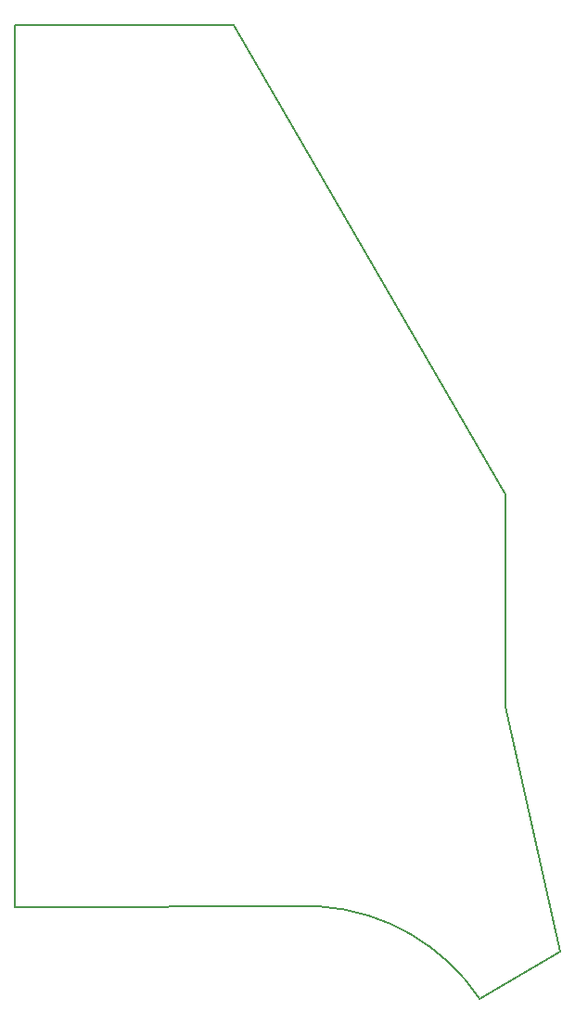
<source format=gbr>
%TF.GenerationSoftware,KiCad,Pcbnew,(6.0.9)*%
%TF.CreationDate,2022-12-26T19:48:23-09:00*%
%TF.ProjectId,PCB_ LDG WING FOLD PLACARD,5043422c-204c-4444-9720-57494e472046,rev?*%
%TF.SameCoordinates,Original*%
%TF.FileFunction,Profile,NP*%
%FSLAX46Y46*%
G04 Gerber Fmt 4.6, Leading zero omitted, Abs format (unit mm)*
G04 Created by KiCad (PCBNEW (6.0.9)) date 2022-12-26 19:48:23*
%MOMM*%
%LPD*%
G01*
G04 APERTURE LIST*
%TA.AperFunction,Profile*%
%ADD10C,0.200000*%
%TD*%
G04 APERTURE END LIST*
D10*
X147828000Y-101901758D02*
X175768006Y-101837421D01*
X192614486Y-83594538D02*
X192614486Y-64258791D01*
X167849472Y-21364547D02*
X147828000Y-21364547D01*
X190246000Y-110236000D02*
X197612000Y-105918000D01*
X197612000Y-105918000D02*
X192614486Y-83594538D01*
X147828000Y-21364547D02*
X147828000Y-101901758D01*
X190246002Y-110235999D02*
G75*
G03*
X175768006Y-101837421I-15826102J-10603701D01*
G01*
X192614486Y-64258791D02*
X167849472Y-21364547D01*
M02*

</source>
